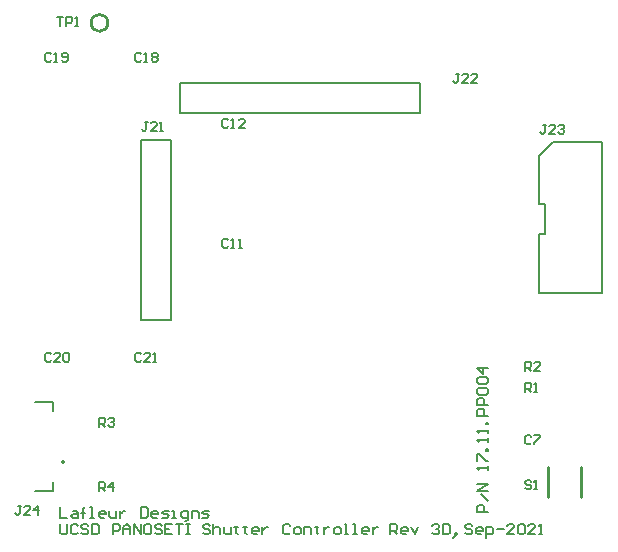
<source format=gto>
G04*
G04 #@! TF.GenerationSoftware,Altium Limited,Altium Designer,19.1.8 (144)*
G04*
G04 Layer_Color=65535*
%FSLAX25Y25*%
%MOIN*%
G70*
G01*
G75*
%ADD10C,0.00787*%
%ADD11C,0.01000*%
%ADD12C,0.00500*%
%ADD13C,0.00984*%
%ADD14C,0.00600*%
D10*
X21216Y-173361D02*
G03*
X21216Y-173361I-394J0D01*
G01*
X140000Y-57008D02*
Y-47008D01*
X60000Y-57008D02*
X140000D01*
X60000D02*
Y-47008D01*
X140000D01*
X179528Y-117126D02*
Y-97331D01*
Y-117126D02*
X200591D01*
Y-66536D01*
X184256D02*
X200591D01*
X179461Y-71331D02*
X184256Y-66536D01*
X179461Y-87331D02*
Y-71331D01*
X181461Y-97331D02*
Y-87331D01*
X179528Y-97331D02*
X181461D01*
X179461Y-87331D02*
X181461D01*
X47008Y-65866D02*
X57008D01*
X47008Y-125866D02*
X57008D01*
X47008D02*
Y-65866D01*
X57008Y-125866D02*
Y-65866D01*
D11*
X35800Y-27000D02*
G03*
X35800Y-27000I-2800J0D01*
G01*
D12*
X17476Y-156432D02*
Y-153479D01*
X11374D02*
X17476D01*
Y-183007D02*
Y-180054D01*
X11374Y-183007D02*
X17476D01*
X152999Y-44001D02*
X152000D01*
X152499D01*
Y-46500D01*
X152000Y-47000D01*
X151500D01*
X151000Y-46500D01*
X155998Y-47000D02*
X153999D01*
X155998Y-45001D01*
Y-44501D01*
X155499Y-44001D01*
X154499D01*
X153999Y-44501D01*
X158997Y-47000D02*
X156998D01*
X158997Y-45001D01*
Y-44501D01*
X158498Y-44001D01*
X157498D01*
X156998Y-44501D01*
X6999Y-188001D02*
X6000D01*
X6499D01*
Y-190500D01*
X6000Y-191000D01*
X5500D01*
X5000Y-190500D01*
X9998Y-191000D02*
X7999D01*
X9998Y-189001D01*
Y-188501D01*
X9499Y-188001D01*
X8499D01*
X7999Y-188501D01*
X12498Y-191000D02*
Y-188001D01*
X10998Y-189500D01*
X12997D01*
X49099Y-59926D02*
X48100D01*
X48599D01*
Y-62425D01*
X48100Y-62925D01*
X47600D01*
X47100Y-62425D01*
X52098Y-62925D02*
X50099D01*
X52098Y-60926D01*
Y-60426D01*
X51599Y-59926D01*
X50599D01*
X50099Y-60426D01*
X53098Y-62925D02*
X54098D01*
X53598D01*
Y-59926D01*
X53098Y-60426D01*
X19000Y-25001D02*
X20999D01*
X20000D01*
Y-28000D01*
X21999D02*
Y-25001D01*
X23499D01*
X23998Y-25501D01*
Y-26500D01*
X23499Y-27000D01*
X21999D01*
X24998Y-28000D02*
X25998D01*
X25498D01*
Y-25001D01*
X24998Y-25501D01*
X181999Y-61001D02*
X181000D01*
X181500D01*
Y-63500D01*
X181000Y-64000D01*
X180500D01*
X180000Y-63500D01*
X184998Y-64000D02*
X182999D01*
X184998Y-62001D01*
Y-61501D01*
X184499Y-61001D01*
X183499D01*
X182999Y-61501D01*
X185998D02*
X186498Y-61001D01*
X187498D01*
X187997Y-61501D01*
Y-62001D01*
X187498Y-62501D01*
X186998D01*
X187498D01*
X187997Y-63000D01*
Y-63500D01*
X187498Y-64000D01*
X186498D01*
X185998Y-63500D01*
X176999Y-180001D02*
X176499Y-179501D01*
X175500D01*
X175000Y-180001D01*
Y-180501D01*
X175500Y-181000D01*
X176499D01*
X176999Y-181500D01*
Y-182000D01*
X176499Y-182500D01*
X175500D01*
X175000Y-182000D01*
X177999Y-182500D02*
X178999D01*
X178499D01*
Y-179501D01*
X177999Y-180001D01*
X33000Y-161525D02*
Y-158526D01*
X34499D01*
X34999Y-159026D01*
Y-160026D01*
X34499Y-160525D01*
X33000D01*
X34000D02*
X34999Y-161525D01*
X35999Y-159026D02*
X36499Y-158526D01*
X37499D01*
X37998Y-159026D01*
Y-159526D01*
X37499Y-160026D01*
X36999D01*
X37499D01*
X37998Y-160525D01*
Y-161025D01*
X37499Y-161525D01*
X36499D01*
X35999Y-161025D01*
X33000Y-183025D02*
Y-180026D01*
X34499D01*
X34999Y-180526D01*
Y-181526D01*
X34499Y-182025D01*
X33000D01*
X34000D02*
X34999Y-183025D01*
X37499D02*
Y-180026D01*
X35999Y-181526D01*
X37998D01*
X175000Y-143000D02*
Y-140001D01*
X176499D01*
X176999Y-140501D01*
Y-141500D01*
X176499Y-142000D01*
X175000D01*
X176000D02*
X176999Y-143000D01*
X179998D02*
X177999D01*
X179998Y-141001D01*
Y-140501D01*
X179499Y-140001D01*
X178499D01*
X177999Y-140501D01*
X175000Y-150000D02*
Y-147001D01*
X176499D01*
X176999Y-147501D01*
Y-148501D01*
X176499Y-149000D01*
X175000D01*
X176000D02*
X176999Y-150000D01*
X177999D02*
X178999D01*
X178499D01*
Y-147001D01*
X177999Y-147501D01*
X46999Y-137501D02*
X46499Y-137001D01*
X45500D01*
X45000Y-137501D01*
Y-139500D01*
X45500Y-140000D01*
X46499D01*
X46999Y-139500D01*
X49998Y-140000D02*
X47999D01*
X49998Y-138001D01*
Y-137501D01*
X49499Y-137001D01*
X48499D01*
X47999Y-137501D01*
X50998Y-140000D02*
X51998D01*
X51498D01*
Y-137001D01*
X50998Y-137501D01*
X16999D02*
X16499Y-137001D01*
X15500D01*
X15000Y-137501D01*
Y-139500D01*
X15500Y-140000D01*
X16499D01*
X16999Y-139500D01*
X19998Y-140000D02*
X17999D01*
X19998Y-138001D01*
Y-137501D01*
X19499Y-137001D01*
X18499D01*
X17999Y-137501D01*
X20998D02*
X21498Y-137001D01*
X22498D01*
X22997Y-137501D01*
Y-139500D01*
X22498Y-140000D01*
X21498D01*
X20998Y-139500D01*
Y-137501D01*
X16999Y-37501D02*
X16499Y-37001D01*
X15500D01*
X15000Y-37501D01*
Y-39500D01*
X15500Y-40000D01*
X16499D01*
X16999Y-39500D01*
X17999Y-40000D02*
X18999D01*
X18499D01*
Y-37001D01*
X17999Y-37501D01*
X20498Y-39500D02*
X20998Y-40000D01*
X21998D01*
X22498Y-39500D01*
Y-37501D01*
X21998Y-37001D01*
X20998D01*
X20498Y-37501D01*
Y-38001D01*
X20998Y-38500D01*
X22498D01*
X46999Y-37501D02*
X46499Y-37001D01*
X45500D01*
X45000Y-37501D01*
Y-39500D01*
X45500Y-40000D01*
X46499D01*
X46999Y-39500D01*
X47999Y-40000D02*
X48999D01*
X48499D01*
Y-37001D01*
X47999Y-37501D01*
X50498D02*
X50998Y-37001D01*
X51998D01*
X52498Y-37501D01*
Y-38001D01*
X51998Y-38500D01*
X52498Y-39000D01*
Y-39500D01*
X51998Y-40000D01*
X50998D01*
X50498Y-39500D01*
Y-39000D01*
X50998Y-38500D01*
X50498Y-38001D01*
Y-37501D01*
X50998Y-38500D02*
X51998D01*
X75999Y-59501D02*
X75499Y-59001D01*
X74500D01*
X74000Y-59501D01*
Y-61500D01*
X74500Y-62000D01*
X75499D01*
X75999Y-61500D01*
X76999Y-62000D02*
X77999D01*
X77499D01*
Y-59001D01*
X76999Y-59501D01*
X81498Y-62000D02*
X79498D01*
X81498Y-60001D01*
Y-59501D01*
X80998Y-59001D01*
X79998D01*
X79498Y-59501D01*
X75999Y-99501D02*
X75499Y-99001D01*
X74500D01*
X74000Y-99501D01*
Y-101500D01*
X74500Y-102000D01*
X75499D01*
X75999Y-101500D01*
X76999Y-102000D02*
X77999D01*
X77499D01*
Y-99001D01*
X76999Y-99501D01*
X79498Y-102000D02*
X80498D01*
X79998D01*
Y-99001D01*
X79498Y-99501D01*
X176999Y-165001D02*
X176499Y-164501D01*
X175500D01*
X175000Y-165001D01*
Y-167000D01*
X175500Y-167500D01*
X176499D01*
X176999Y-167000D01*
X177999Y-164501D02*
X179998D01*
Y-165001D01*
X177999Y-167000D01*
Y-167500D01*
D13*
X182488Y-185118D02*
Y-174882D01*
X193512Y-185118D02*
Y-174882D01*
D14*
X162500Y-190000D02*
X159001D01*
Y-188251D01*
X159584Y-187667D01*
X160751D01*
X161334Y-188251D01*
Y-190000D01*
X162500Y-186501D02*
X160167Y-184169D01*
X162500Y-183002D02*
X159001D01*
X162500Y-180670D01*
X159001D01*
X162500Y-176005D02*
Y-174838D01*
Y-175421D01*
X159001D01*
X159584Y-176005D01*
X159001Y-173089D02*
Y-170756D01*
X159584D01*
X161917Y-173089D01*
X162500D01*
Y-169590D02*
X161917D01*
Y-169007D01*
X162500D01*
Y-169590D01*
Y-166674D02*
Y-165508D01*
Y-166091D01*
X159001D01*
X159584Y-166674D01*
X162500Y-163759D02*
Y-162592D01*
Y-163175D01*
X159001D01*
X159584Y-163759D01*
X162500Y-160843D02*
X161917D01*
Y-160260D01*
X162500D01*
Y-160843D01*
Y-157927D02*
X159001D01*
Y-156178D01*
X159584Y-155595D01*
X160751D01*
X161334Y-156178D01*
Y-157927D01*
X162500Y-154428D02*
X159001D01*
Y-152679D01*
X159584Y-152096D01*
X160751D01*
X161334Y-152679D01*
Y-154428D01*
X159584Y-150929D02*
X159001Y-150346D01*
Y-149180D01*
X159584Y-148597D01*
X161917D01*
X162500Y-149180D01*
Y-150346D01*
X161917Y-150929D01*
X159584D01*
Y-147430D02*
X159001Y-146847D01*
Y-145681D01*
X159584Y-145098D01*
X161917D01*
X162500Y-145681D01*
Y-146847D01*
X161917Y-147430D01*
X159584D01*
X162500Y-142182D02*
X159001D01*
X160751Y-143932D01*
Y-141599D01*
X20000Y-188501D02*
Y-192000D01*
X22333D01*
X24082Y-189667D02*
X25248D01*
X25831Y-190251D01*
Y-192000D01*
X24082D01*
X23499Y-191417D01*
X24082Y-190834D01*
X25831D01*
X27581Y-192000D02*
Y-189084D01*
Y-190251D01*
X26998D01*
X28164D01*
X27581D01*
Y-189084D01*
X28164Y-188501D01*
X29913Y-192000D02*
X31080D01*
X30497D01*
Y-188501D01*
X29913D01*
X34579Y-192000D02*
X33412D01*
X32829Y-191417D01*
Y-190251D01*
X33412Y-189667D01*
X34579D01*
X35162Y-190251D01*
Y-190834D01*
X32829D01*
X36328Y-189667D02*
Y-191417D01*
X36911Y-192000D01*
X38661D01*
Y-189667D01*
X39827D02*
Y-192000D01*
Y-190834D01*
X40410Y-190251D01*
X40993Y-189667D01*
X41576D01*
X46825Y-188501D02*
Y-192000D01*
X48574D01*
X49157Y-191417D01*
Y-189084D01*
X48574Y-188501D01*
X46825D01*
X52073Y-192000D02*
X50907D01*
X50323Y-191417D01*
Y-190251D01*
X50907Y-189667D01*
X52073D01*
X52656Y-190251D01*
Y-190834D01*
X50323D01*
X53822Y-192000D02*
X55572D01*
X56155Y-191417D01*
X55572Y-190834D01*
X54405D01*
X53822Y-190251D01*
X54405Y-189667D01*
X56155D01*
X57321Y-192000D02*
X58488D01*
X57904D01*
Y-189667D01*
X57321D01*
X61403Y-193166D02*
X61986D01*
X62570Y-192583D01*
Y-189667D01*
X60820D01*
X60237Y-190251D01*
Y-191417D01*
X60820Y-192000D01*
X62570D01*
X63736D02*
Y-189667D01*
X65485D01*
X66068Y-190251D01*
Y-192000D01*
X67235D02*
X68984D01*
X69567Y-191417D01*
X68984Y-190834D01*
X67818D01*
X67235Y-190251D01*
X67818Y-189667D01*
X69567D01*
X130000Y-197500D02*
Y-194001D01*
X131749D01*
X132333Y-194584D01*
Y-195751D01*
X131749Y-196334D01*
X130000D01*
X131166D02*
X132333Y-197500D01*
X135248D02*
X134082D01*
X133499Y-196917D01*
Y-195751D01*
X134082Y-195167D01*
X135248D01*
X135831Y-195751D01*
Y-196334D01*
X133499D01*
X136998Y-195167D02*
X138164Y-197500D01*
X139330Y-195167D01*
X143995Y-194584D02*
X144579Y-194001D01*
X145745D01*
X146328Y-194584D01*
Y-195167D01*
X145745Y-195751D01*
X145162D01*
X145745D01*
X146328Y-196334D01*
Y-196917D01*
X145745Y-197500D01*
X144579D01*
X143995Y-196917D01*
X147494Y-194001D02*
Y-197500D01*
X149244D01*
X149827Y-196917D01*
Y-194584D01*
X149244Y-194001D01*
X147494D01*
X151576Y-198083D02*
X152160Y-197500D01*
Y-196917D01*
X151576D01*
Y-197500D01*
X152160D01*
X151576Y-198083D01*
X150993Y-198666D01*
X69833Y-194584D02*
X69249Y-194001D01*
X68083D01*
X67500Y-194584D01*
Y-195167D01*
X68083Y-195751D01*
X69249D01*
X69833Y-196334D01*
Y-196917D01*
X69249Y-197500D01*
X68083D01*
X67500Y-196917D01*
X70999Y-194001D02*
Y-197500D01*
Y-195751D01*
X71582Y-195167D01*
X72748D01*
X73331Y-195751D01*
Y-197500D01*
X74498Y-195167D02*
Y-196917D01*
X75081Y-197500D01*
X76830D01*
Y-195167D01*
X78580Y-194584D02*
Y-195167D01*
X77997D01*
X79163D01*
X78580D01*
Y-196917D01*
X79163Y-197500D01*
X81495Y-194584D02*
Y-195167D01*
X80912D01*
X82079D01*
X81495D01*
Y-196917D01*
X82079Y-197500D01*
X85577D02*
X84411D01*
X83828Y-196917D01*
Y-195751D01*
X84411Y-195167D01*
X85577D01*
X86161Y-195751D01*
Y-196334D01*
X83828D01*
X87327Y-195167D02*
Y-197500D01*
Y-196334D01*
X87910Y-195751D01*
X88493Y-195167D01*
X89076D01*
X96657Y-194584D02*
X96074Y-194001D01*
X94908D01*
X94325Y-194584D01*
Y-196917D01*
X94908Y-197500D01*
X96074D01*
X96657Y-196917D01*
X98407Y-197500D02*
X99573D01*
X100156Y-196917D01*
Y-195751D01*
X99573Y-195167D01*
X98407D01*
X97824Y-195751D01*
Y-196917D01*
X98407Y-197500D01*
X101322D02*
Y-195167D01*
X103072D01*
X103655Y-195751D01*
Y-197500D01*
X105404Y-194584D02*
Y-195167D01*
X104821D01*
X105988D01*
X105404D01*
Y-196917D01*
X105988Y-197500D01*
X107737Y-195167D02*
Y-197500D01*
Y-196334D01*
X108320Y-195751D01*
X108903Y-195167D01*
X109486D01*
X111819Y-197500D02*
X112985D01*
X113568Y-196917D01*
Y-195751D01*
X112985Y-195167D01*
X111819D01*
X111236Y-195751D01*
Y-196917D01*
X111819Y-197500D01*
X114735D02*
X115901D01*
X115318D01*
Y-194001D01*
X114735D01*
X117650Y-197500D02*
X118817D01*
X118234D01*
Y-194001D01*
X117650D01*
X122316Y-197500D02*
X121149D01*
X120566Y-196917D01*
Y-195751D01*
X121149Y-195167D01*
X122316D01*
X122899Y-195751D01*
Y-196334D01*
X120566D01*
X124065Y-195167D02*
Y-197500D01*
Y-196334D01*
X124648Y-195751D01*
X125231Y-195167D01*
X125814D01*
X20000Y-194001D02*
Y-196917D01*
X20583Y-197500D01*
X21749D01*
X22333Y-196917D01*
Y-194001D01*
X25831Y-194584D02*
X25248Y-194001D01*
X24082D01*
X23499Y-194584D01*
Y-196917D01*
X24082Y-197500D01*
X25248D01*
X25831Y-196917D01*
X29330Y-194584D02*
X28747Y-194001D01*
X27581D01*
X26998Y-194584D01*
Y-195167D01*
X27581Y-195751D01*
X28747D01*
X29330Y-196334D01*
Y-196917D01*
X28747Y-197500D01*
X27581D01*
X26998Y-196917D01*
X30497Y-194001D02*
Y-197500D01*
X32246D01*
X32829Y-196917D01*
Y-194584D01*
X32246Y-194001D01*
X30497D01*
X37494Y-197500D02*
Y-194001D01*
X39244D01*
X39827Y-194584D01*
Y-195751D01*
X39244Y-196334D01*
X37494D01*
X40993Y-197500D02*
Y-195167D01*
X42160Y-194001D01*
X43326Y-195167D01*
Y-197500D01*
Y-195751D01*
X40993D01*
X44492Y-197500D02*
Y-194001D01*
X46825Y-197500D01*
Y-194001D01*
X49740D02*
X48574D01*
X47991Y-194584D01*
Y-196917D01*
X48574Y-197500D01*
X49740D01*
X50323Y-196917D01*
Y-194584D01*
X49740Y-194001D01*
X53822Y-194584D02*
X53239Y-194001D01*
X52073D01*
X51490Y-194584D01*
Y-195167D01*
X52073Y-195751D01*
X53239D01*
X53822Y-196334D01*
Y-196917D01*
X53239Y-197500D01*
X52073D01*
X51490Y-196917D01*
X57321Y-194001D02*
X54989D01*
Y-197500D01*
X57321D01*
X54989Y-195751D02*
X56155D01*
X58488Y-194001D02*
X60820D01*
X59654D01*
Y-197500D01*
X61986Y-194001D02*
X63153D01*
X62570D01*
Y-197500D01*
X61986D01*
X63153D01*
X157333Y-194584D02*
X156749Y-194001D01*
X155583D01*
X155000Y-194584D01*
Y-195167D01*
X155583Y-195751D01*
X156749D01*
X157333Y-196334D01*
Y-196917D01*
X156749Y-197500D01*
X155583D01*
X155000Y-196917D01*
X160248Y-197500D02*
X159082D01*
X158499Y-196917D01*
Y-195751D01*
X159082Y-195167D01*
X160248D01*
X160831Y-195751D01*
Y-196334D01*
X158499D01*
X161998Y-198666D02*
Y-195167D01*
X163747D01*
X164330Y-195751D01*
Y-196917D01*
X163747Y-197500D01*
X161998D01*
X165497Y-195751D02*
X167829D01*
X171328Y-197500D02*
X168995D01*
X171328Y-195167D01*
Y-194584D01*
X170745Y-194001D01*
X169579D01*
X168995Y-194584D01*
X172494D02*
X173077Y-194001D01*
X174244D01*
X174827Y-194584D01*
Y-196917D01*
X174244Y-197500D01*
X173077D01*
X172494Y-196917D01*
Y-194584D01*
X178326Y-197500D02*
X175993D01*
X178326Y-195167D01*
Y-194584D01*
X177743Y-194001D01*
X176576D01*
X175993Y-194584D01*
X179492Y-197500D02*
X180658D01*
X180075D01*
Y-194001D01*
X179492Y-194584D01*
M02*

</source>
